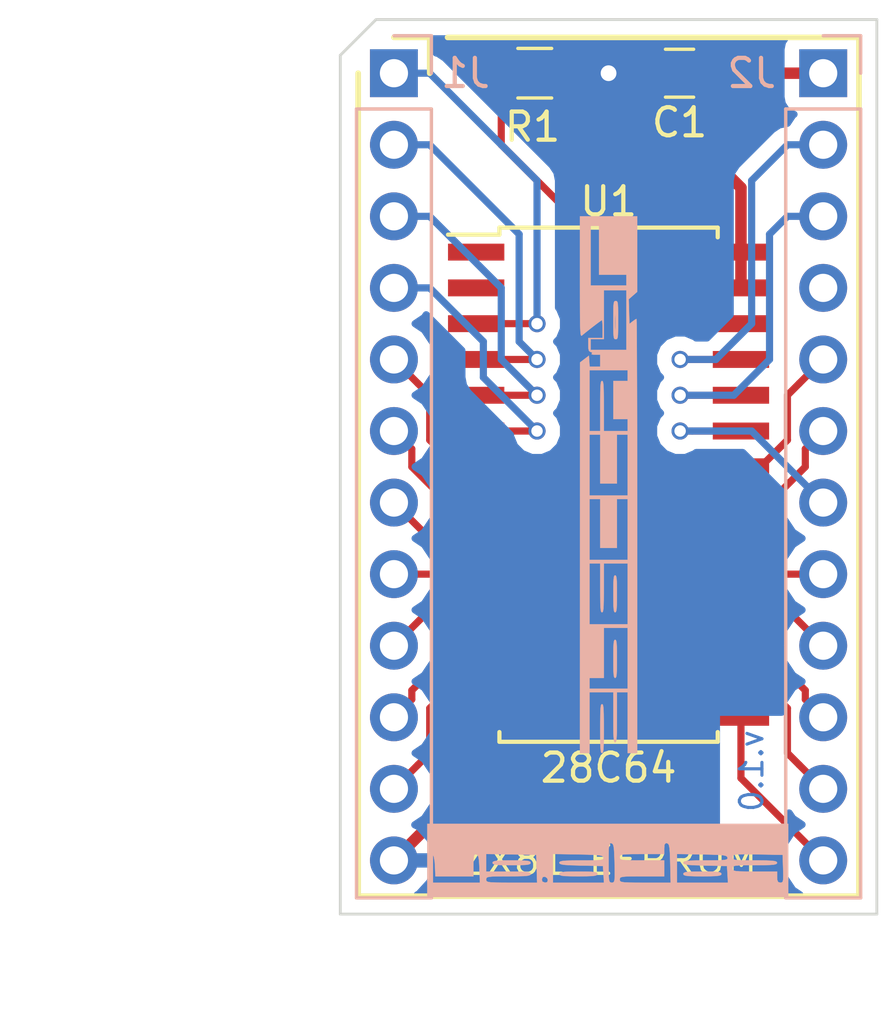
<source format=kicad_pcb>
(kicad_pcb (version 4) (host pcbnew 4.0.7)

  (general
    (links 29)
    (no_connects 29)
    (area 156.794999 99.644999 175.945001 131.495001)
    (thickness 1.6)
    (drawings 15)
    (tracks 111)
    (zones 0)
    (modules 7)
    (nets 28)
  )

  (page A4)
  (title_block
    (title "ZX81 EPROM Adapter (SMD)")
    (date 2018-03-05)
    (rev 1.0)
    (company fatla.eu)
  )

  (layers
    (0 F.Cu signal)
    (31 B.Cu signal)
    (32 B.Adhes user)
    (33 F.Adhes user)
    (34 B.Paste user)
    (35 F.Paste user)
    (36 B.SilkS user)
    (37 F.SilkS user)
    (38 B.Mask user)
    (39 F.Mask user)
    (40 Dwgs.User user)
    (41 Cmts.User user)
    (42 Eco1.User user)
    (43 Eco2.User user)
    (44 Edge.Cuts user)
    (45 Margin user)
    (46 B.CrtYd user)
    (47 F.CrtYd user)
    (48 B.Fab user)
    (49 F.Fab user)
  )

  (setup
    (last_trace_width 0.254)
    (trace_clearance 0.2032)
    (zone_clearance 0.508)
    (zone_45_only no)
    (trace_min 0.2032)
    (segment_width 0.2)
    (edge_width 0.1)
    (via_size 0.6096)
    (via_drill 0.4064)
    (via_min_size 0.4064)
    (via_min_drill 0.3048)
    (uvia_size 0.3)
    (uvia_drill 0.1)
    (uvias_allowed no)
    (uvia_min_size 0.2)
    (uvia_min_drill 0.1)
    (pcb_text_width 0.3)
    (pcb_text_size 1.5 1.5)
    (mod_edge_width 0.15)
    (mod_text_size 1 1)
    (mod_text_width 0.15)
    (pad_size 1.5 1.5)
    (pad_drill 0.6)
    (pad_to_mask_clearance 0)
    (aux_axis_origin 0 0)
    (visible_elements FFFFFF7F)
    (pcbplotparams
      (layerselection 0x00030_80000001)
      (usegerberextensions false)
      (excludeedgelayer true)
      (linewidth 0.100000)
      (plotframeref false)
      (viasonmask false)
      (mode 1)
      (useauxorigin false)
      (hpglpennumber 1)
      (hpglpenspeed 20)
      (hpglpendiameter 15)
      (hpglpenoverlay 2)
      (psnegative false)
      (psa4output false)
      (plotreference true)
      (plotvalue true)
      (plotinvisibletext false)
      (padsonsilk false)
      (subtractmaskfromsilk false)
      (outputformat 1)
      (mirror false)
      (drillshape 1)
      (scaleselection 1)
      (outputdirectory ""))
  )

  (net 0 "")
  (net 1 VCC)
  (net 2 GND)
  (net 3 A7)
  (net 4 A6)
  (net 5 A5)
  (net 6 A4)
  (net 7 A3)
  (net 8 A2)
  (net 9 A1)
  (net 10 A0)
  (net 11 D0)
  (net 12 D1)
  (net 13 D2)
  (net 14 A8)
  (net 15 A9)
  (net 16 A12)
  (net 17 ~CS~)
  (net 18 A10)
  (net 19 A11)
  (net 20 D7)
  (net 21 D6)
  (net 22 D5)
  (net 23 D4)
  (net 24 D3)
  (net 25 /~CE~)
  (net 26 "Net-(U1-Pad1)")
  (net 27 "Net-(U1-Pad26)")

  (net_class Default "This is the default net class."
    (clearance 0.2032)
    (trace_width 0.254)
    (via_dia 0.6096)
    (via_drill 0.4064)
    (uvia_dia 0.3)
    (uvia_drill 0.1)
    (add_net /~CE~)
    (add_net A0)
    (add_net A1)
    (add_net A10)
    (add_net A11)
    (add_net A12)
    (add_net A2)
    (add_net A3)
    (add_net A4)
    (add_net A5)
    (add_net A6)
    (add_net A7)
    (add_net A8)
    (add_net A9)
    (add_net D0)
    (add_net D1)
    (add_net D2)
    (add_net D3)
    (add_net D4)
    (add_net D5)
    (add_net D6)
    (add_net D7)
    (add_net "Net-(U1-Pad1)")
    (add_net "Net-(U1-Pad26)")
    (add_net ~CS~)
  )

  (net_class PWR ""
    (clearance 0.2032)
    (trace_width 0.4064)
    (via_dia 0.762)
    (via_drill 0.5588)
    (uvia_dia 0.3)
    (uvia_drill 0.1)
    (add_net GND)
    (add_net VCC)
  )

  (module Pin_Headers:Pin_Header_Straight_1x12_Pitch2.54mm locked (layer B.Cu) (tedit 59650532) (tstamp 5A9D0008)
    (at 158.75 101.6 180)
    (descr "Through hole straight pin header, 1x12, 2.54mm pitch, single row")
    (tags "Through hole pin header THT 1x12 2.54mm single row")
    (path /5A3B6CC6)
    (fp_text reference J1 (at -2.54 0 180) (layer B.SilkS)
      (effects (font (size 1 1) (thickness 0.15)) (justify mirror))
    )
    (fp_text value ROM1 (at 0 -30.27 180) (layer B.Fab)
      (effects (font (size 1 1) (thickness 0.15)) (justify mirror))
    )
    (fp_line (start -0.635 1.27) (end 1.27 1.27) (layer B.Fab) (width 0.1))
    (fp_line (start 1.27 1.27) (end 1.27 -29.21) (layer B.Fab) (width 0.1))
    (fp_line (start 1.27 -29.21) (end -1.27 -29.21) (layer B.Fab) (width 0.1))
    (fp_line (start -1.27 -29.21) (end -1.27 0.635) (layer B.Fab) (width 0.1))
    (fp_line (start -1.27 0.635) (end -0.635 1.27) (layer B.Fab) (width 0.1))
    (fp_line (start -1.33 -29.27) (end 1.33 -29.27) (layer B.SilkS) (width 0.12))
    (fp_line (start -1.33 -1.27) (end -1.33 -29.27) (layer B.SilkS) (width 0.12))
    (fp_line (start 1.33 -1.27) (end 1.33 -29.27) (layer B.SilkS) (width 0.12))
    (fp_line (start -1.33 -1.27) (end 1.33 -1.27) (layer B.SilkS) (width 0.12))
    (fp_line (start -1.33 0) (end -1.33 1.33) (layer B.SilkS) (width 0.12))
    (fp_line (start -1.33 1.33) (end 0 1.33) (layer B.SilkS) (width 0.12))
    (fp_line (start -1.8 1.8) (end -1.8 -29.75) (layer B.CrtYd) (width 0.05))
    (fp_line (start -1.8 -29.75) (end 1.8 -29.75) (layer B.CrtYd) (width 0.05))
    (fp_line (start 1.8 -29.75) (end 1.8 1.8) (layer B.CrtYd) (width 0.05))
    (fp_line (start 1.8 1.8) (end -1.8 1.8) (layer B.CrtYd) (width 0.05))
    (fp_text user %R (at 0 -13.97 450) (layer B.Fab)
      (effects (font (size 1 1) (thickness 0.15)) (justify mirror))
    )
    (pad 1 thru_hole rect (at 0 0 180) (size 1.7 1.7) (drill 1) (layers *.Cu *.Mask)
      (net 3 A7))
    (pad 2 thru_hole oval (at 0 -2.54 180) (size 1.7 1.7) (drill 1) (layers *.Cu *.Mask)
      (net 4 A6))
    (pad 3 thru_hole oval (at 0 -5.08 180) (size 1.7 1.7) (drill 1) (layers *.Cu *.Mask)
      (net 5 A5))
    (pad 4 thru_hole oval (at 0 -7.62 180) (size 1.7 1.7) (drill 1) (layers *.Cu *.Mask)
      (net 6 A4))
    (pad 5 thru_hole oval (at 0 -10.16 180) (size 1.7 1.7) (drill 1) (layers *.Cu *.Mask)
      (net 7 A3))
    (pad 6 thru_hole oval (at 0 -12.7 180) (size 1.7 1.7) (drill 1) (layers *.Cu *.Mask)
      (net 8 A2))
    (pad 7 thru_hole oval (at 0 -15.24 180) (size 1.7 1.7) (drill 1) (layers *.Cu *.Mask)
      (net 9 A1))
    (pad 8 thru_hole oval (at 0 -17.78 180) (size 1.7 1.7) (drill 1) (layers *.Cu *.Mask)
      (net 10 A0))
    (pad 9 thru_hole oval (at 0 -20.32 180) (size 1.7 1.7) (drill 1) (layers *.Cu *.Mask)
      (net 11 D0))
    (pad 10 thru_hole oval (at 0 -22.86 180) (size 1.7 1.7) (drill 1) (layers *.Cu *.Mask)
      (net 12 D1))
    (pad 11 thru_hole oval (at 0 -25.4 180) (size 1.7 1.7) (drill 1) (layers *.Cu *.Mask)
      (net 13 D2))
    (pad 12 thru_hole oval (at 0 -27.94 180) (size 1.7 1.7) (drill 1) (layers *.Cu *.Mask)
      (net 2 GND))
    (model ${KISYS3DMOD}/Pin_Headers.3dshapes/Pin_Header_Straight_1x12_Pitch2.54mm.wrl
      (at (xyz 0 0 0))
      (scale (xyz 1 1 1))
      (rotate (xyz 0 0 0))
    )
  )

  (module Pin_Headers:Pin_Header_Straight_1x12_Pitch2.54mm locked (layer B.Cu) (tedit 59650532) (tstamp 5A9D0018)
    (at 173.99 101.6 180)
    (descr "Through hole straight pin header, 1x12, 2.54mm pitch, single row")
    (tags "Through hole pin header THT 1x12 2.54mm single row")
    (path /5A3B6D10)
    (fp_text reference J2 (at 2.54 0 180) (layer B.SilkS)
      (effects (font (size 1 1) (thickness 0.15)) (justify mirror))
    )
    (fp_text value ROM2 (at 0 -30.27 180) (layer B.Fab)
      (effects (font (size 1 1) (thickness 0.15)) (justify mirror))
    )
    (fp_line (start -0.635 1.27) (end 1.27 1.27) (layer B.Fab) (width 0.1))
    (fp_line (start 1.27 1.27) (end 1.27 -29.21) (layer B.Fab) (width 0.1))
    (fp_line (start 1.27 -29.21) (end -1.27 -29.21) (layer B.Fab) (width 0.1))
    (fp_line (start -1.27 -29.21) (end -1.27 0.635) (layer B.Fab) (width 0.1))
    (fp_line (start -1.27 0.635) (end -0.635 1.27) (layer B.Fab) (width 0.1))
    (fp_line (start -1.33 -29.27) (end 1.33 -29.27) (layer B.SilkS) (width 0.12))
    (fp_line (start -1.33 -1.27) (end -1.33 -29.27) (layer B.SilkS) (width 0.12))
    (fp_line (start 1.33 -1.27) (end 1.33 -29.27) (layer B.SilkS) (width 0.12))
    (fp_line (start -1.33 -1.27) (end 1.33 -1.27) (layer B.SilkS) (width 0.12))
    (fp_line (start -1.33 0) (end -1.33 1.33) (layer B.SilkS) (width 0.12))
    (fp_line (start -1.33 1.33) (end 0 1.33) (layer B.SilkS) (width 0.12))
    (fp_line (start -1.8 1.8) (end -1.8 -29.75) (layer B.CrtYd) (width 0.05))
    (fp_line (start -1.8 -29.75) (end 1.8 -29.75) (layer B.CrtYd) (width 0.05))
    (fp_line (start 1.8 -29.75) (end 1.8 1.8) (layer B.CrtYd) (width 0.05))
    (fp_line (start 1.8 1.8) (end -1.8 1.8) (layer B.CrtYd) (width 0.05))
    (fp_text user %R (at 0 -13.97 450) (layer B.Fab)
      (effects (font (size 1 1) (thickness 0.15)) (justify mirror))
    )
    (pad 1 thru_hole rect (at 0 0 180) (size 1.7 1.7) (drill 1) (layers *.Cu *.Mask)
      (net 1 VCC))
    (pad 2 thru_hole oval (at 0 -2.54 180) (size 1.7 1.7) (drill 1) (layers *.Cu *.Mask)
      (net 14 A8))
    (pad 3 thru_hole oval (at 0 -5.08 180) (size 1.7 1.7) (drill 1) (layers *.Cu *.Mask)
      (net 15 A9))
    (pad 4 thru_hole oval (at 0 -7.62 180) (size 1.7 1.7) (drill 1) (layers *.Cu *.Mask)
      (net 16 A12))
    (pad 5 thru_hole oval (at 0 -10.16 180) (size 1.7 1.7) (drill 1) (layers *.Cu *.Mask)
      (net 17 ~CS~))
    (pad 6 thru_hole oval (at 0 -12.7 180) (size 1.7 1.7) (drill 1) (layers *.Cu *.Mask)
      (net 18 A10))
    (pad 7 thru_hole oval (at 0 -15.24 180) (size 1.7 1.7) (drill 1) (layers *.Cu *.Mask)
      (net 19 A11))
    (pad 8 thru_hole oval (at 0 -17.78 180) (size 1.7 1.7) (drill 1) (layers *.Cu *.Mask)
      (net 20 D7))
    (pad 9 thru_hole oval (at 0 -20.32 180) (size 1.7 1.7) (drill 1) (layers *.Cu *.Mask)
      (net 21 D6))
    (pad 10 thru_hole oval (at 0 -22.86 180) (size 1.7 1.7) (drill 1) (layers *.Cu *.Mask)
      (net 22 D5))
    (pad 11 thru_hole oval (at 0 -25.4 180) (size 1.7 1.7) (drill 1) (layers *.Cu *.Mask)
      (net 23 D4))
    (pad 12 thru_hole oval (at 0 -27.94 180) (size 1.7 1.7) (drill 1) (layers *.Cu *.Mask)
      (net 24 D3))
    (model ${KISYS3DMOD}/Pin_Headers.3dshapes/Pin_Header_Straight_1x12_Pitch2.54mm.wrl
      (at (xyz 0 0 0))
      (scale (xyz 1 1 1))
      (rotate (xyz 0 0 0))
    )
  )

  (module Resistors_SMD:R_0805_HandSoldering (layer F.Cu) (tedit 58E0A804) (tstamp 5A9D002C)
    (at 163.75 101.6 180)
    (descr "Resistor SMD 0805, hand soldering")
    (tags "resistor 0805")
    (path /5A3B807B)
    (attr smd)
    (fp_text reference R1 (at 0.08 -1.905 360) (layer F.SilkS)
      (effects (font (size 1 1) (thickness 0.15)))
    )
    (fp_text value 1k0 (at 0 1.75 180) (layer F.Fab)
      (effects (font (size 1 1) (thickness 0.15)))
    )
    (fp_text user %R (at 0 0 180) (layer F.Fab)
      (effects (font (size 0.5 0.5) (thickness 0.075)))
    )
    (fp_line (start -1 0.62) (end -1 -0.62) (layer F.Fab) (width 0.1))
    (fp_line (start 1 0.62) (end -1 0.62) (layer F.Fab) (width 0.1))
    (fp_line (start 1 -0.62) (end 1 0.62) (layer F.Fab) (width 0.1))
    (fp_line (start -1 -0.62) (end 1 -0.62) (layer F.Fab) (width 0.1))
    (fp_line (start 0.6 0.88) (end -0.6 0.88) (layer F.SilkS) (width 0.12))
    (fp_line (start -0.6 -0.88) (end 0.6 -0.88) (layer F.SilkS) (width 0.12))
    (fp_line (start -2.35 -0.9) (end 2.35 -0.9) (layer F.CrtYd) (width 0.05))
    (fp_line (start -2.35 -0.9) (end -2.35 0.9) (layer F.CrtYd) (width 0.05))
    (fp_line (start 2.35 0.9) (end 2.35 -0.9) (layer F.CrtYd) (width 0.05))
    (fp_line (start 2.35 0.9) (end -2.35 0.9) (layer F.CrtYd) (width 0.05))
    (pad 1 smd rect (at -1.35 0 180) (size 1.5 1.3) (layers F.Cu F.Paste F.Mask)
      (net 2 GND))
    (pad 2 smd rect (at 1.35 0 180) (size 1.5 1.3) (layers F.Cu F.Paste F.Mask)
      (net 25 /~CE~))
    (model ${KISYS3DMOD}/Resistors_SMD.3dshapes/R_0805.wrl
      (at (xyz 0 0 0))
      (scale (xyz 1 1 1))
      (rotate (xyz 0 0 0))
    )
  )

  (module "ZX Speccy:fatla_eu" (layer B.Cu) (tedit 5AA80F6C) (tstamp 5A9E3F45)
    (at 166.37 129.54 180)
    (fp_text reference G1 (at 0 0 180) (layer B.SilkS) hide
      (effects (font (thickness 0.3)) (justify mirror))
    )
    (fp_text value LOGO (at 0.75 0 180) (layer B.SilkS) hide
      (effects (font (thickness 0.3)) (justify mirror))
    )
    (fp_poly (pts (xy 6.434666 -1.298222) (xy -6.378222 -1.298222) (xy -6.378222 -0.533189) (xy -6.203069 -0.533189)
      (xy -6.19931 -0.679142) (xy -6.181327 -0.756045) (xy -6.144751 -0.785752) (xy -6.098198 -0.790222)
      (xy -4.239233 -0.790222) (xy -2.427111 -0.790222) (xy -2.204808 -0.790222) (xy -1.29996 -0.790222)
      (xy -0.961898 -0.789565) (xy -0.720494 -0.786245) (xy -0.559519 -0.778236) (xy -0.462743 -0.763514)
      (xy -0.413936 -0.740054) (xy -0.396871 -0.705831) (xy -0.395111 -0.677333) (xy -0.400973 -0.632661)
      (xy -0.430125 -0.601637) (xy -0.499915 -0.581784) (xy -0.627692 -0.570621) (xy -0.830804 -0.565672)
      (xy -1.126599 -0.564457) (xy -1.185334 -0.564444) (xy -1.975556 -0.564444) (xy -1.975556 -0.388394)
      (xy -0.219092 -0.388394) (xy -0.21868 -0.583048) (xy -0.209515 -0.701989) (xy -0.188942 -0.763778)
      (xy -0.154307 -0.786976) (xy -0.114626 -0.790222) (xy 0.163434 -0.790222) (xy 1.975555 -0.790222)
      (xy 1.975555 -0.692092) (xy 2.155509 -0.692092) (xy 2.176307 -0.772435) (xy 2.253639 -0.790222)
      (xy 2.535605 -0.790222) (xy 3.440913 -0.790222) (xy 4.567605 -0.790222) (xy 6.321778 -0.790222)
      (xy 6.321778 -0.277518) (xy 6.317674 -0.022948) (xy 6.304005 0.133125) (xy 6.278731 0.204842)
      (xy 6.251222 0.211872) (xy 6.20659 0.141153) (xy 6.175562 -0.029028) (xy 6.163976 -0.187943)
      (xy 6.147286 -0.564444) (xy 4.797778 -0.564444) (xy 4.797778 -0.165194) (xy 4.794537 0.043633)
      (xy 4.780973 0.161863) (xy 4.751321 0.211694) (xy 4.699815 0.215325) (xy 4.699 0.215171)
      (xy 4.650056 0.189749) (xy 4.618205 0.121644) (xy 4.598578 -0.010809) (xy 4.586307 -0.229275)
      (xy 4.583913 -0.296968) (xy 4.567605 -0.790222) (xy 3.440913 -0.790222) (xy 3.779074 -0.789566)
      (xy 4.020572 -0.786248) (xy 4.181634 -0.778246) (xy 4.278484 -0.763536) (xy 4.327348 -0.740094)
      (xy 4.344451 -0.705899) (xy 4.346222 -0.677333) (xy 4.34036 -0.632661) (xy 4.311208 -0.601637)
      (xy 4.241418 -0.581784) (xy 4.113641 -0.570621) (xy 3.91053 -0.565672) (xy 3.614735 -0.564457)
      (xy 3.556 -0.564444) (xy 3.237297 -0.562749) (xy 3.015274 -0.55651) (xy 2.873758 -0.543992)
      (xy 2.796575 -0.523464) (xy 2.767551 -0.493193) (xy 2.765778 -0.479778) (xy 2.781596 -0.445631)
      (xy 2.839832 -0.421843) (xy 2.956661 -0.40668) (xy 3.148256 -0.398411) (xy 3.43079 -0.395301)
      (xy 3.556 -0.395111) (xy 4.346222 -0.395111) (xy 4.346222 0.228645) (xy 3.457222 0.2131)
      (xy 2.568222 0.197556) (xy 2.551913 -0.296333) (xy 2.535605 -0.790222) (xy 2.253639 -0.790222)
      (xy 2.350139 -0.753034) (xy 2.370666 -0.673194) (xy 2.33519 -0.589563) (xy 2.257858 -0.575808)
      (xy 2.182318 -0.628096) (xy 2.155509 -0.692092) (xy 1.975555 -0.692092) (xy 1.975555 0.228645)
      (xy 1.08727 0.2131) (xy 0.749807 0.206051) (xy 0.508804 0.197214) (xy 0.347832 0.18452)
      (xy 0.250462 0.165897) (xy 0.200265 0.139276) (xy 0.180813 0.102586) (xy 0.18002 0.098778)
      (xy 0.181193 0.059676) (xy 0.21337 0.032455) (xy 0.29319 0.014998) (xy 0.437291 0.005183)
      (xy 0.662312 0.000892) (xy 0.955417 0) (xy 1.275943 -0.001757) (xy 1.499563 -0.008142)
      (xy 1.642217 -0.02082) (xy 1.719848 -0.041459) (xy 1.748399 -0.071727) (xy 1.749778 -0.083074)
      (xy 1.73163 -0.117419) (xy 1.666608 -0.142328) (xy 1.538844 -0.159821) (xy 1.33247 -0.171917)
      (xy 1.031619 -0.180635) (xy 0.973666 -0.181851) (xy 0.197555 -0.197555) (xy 0.180494 -0.493889)
      (xy 0.163434 -0.790222) (xy -0.114626 -0.790222) (xy -0.067189 -0.784176) (xy -0.035027 -0.753836)
      (xy -0.015185 -0.680896) (xy -0.004706 -0.547053) (xy -0.000633 -0.334) (xy 0 -0.080528)
      (xy -0.001283 0.21381) (xy -0.006798 0.412775) (xy -0.019051 0.533873) (xy -0.040542 0.594607)
      (xy -0.073776 0.61248) (xy -0.098778 0.61023) (xy -0.140892 0.58992) (xy -0.170214 0.535594)
      (xy -0.189745 0.428682) (xy -0.202484 0.250617) (xy -0.211429 -0.017172) (xy -0.213404 -0.099465)
      (xy -0.219092 -0.388394) (xy -1.975556 -0.388394) (xy -1.975556 0) (xy -1.185334 0)
      (xy -0.87263 0.000838) (xy -0.655464 0.005002) (xy -0.516487 0.014972) (xy -0.43835 0.033226)
      (xy -0.403706 0.062242) (xy -0.395205 0.104498) (xy -0.395111 0.112889) (xy -0.400973 0.157561)
      (xy -0.430125 0.188585) (xy -0.499915 0.208439) (xy -0.627692 0.219601) (xy -0.830804 0.22455)
      (xy -1.126599 0.225765) (xy -1.185334 0.225778) (xy -1.975556 0.225778) (xy -1.975556 0.427472)
      (xy -1.986553 0.56266) (xy -2.028669 0.61164) (xy -2.074334 0.61023) (xy -2.116447 0.58992)
      (xy -2.14577 0.535594) (xy -2.165301 0.428682) (xy -2.178039 0.250617) (xy -2.186984 -0.017172)
      (xy -2.18896 -0.099465) (xy -2.204808 -0.790222) (xy -2.427111 -0.790222) (xy -2.427111 0.228645)
      (xy -3.315396 0.2131) (xy -3.652859 0.206051) (xy -3.893863 0.197214) (xy -4.054835 0.18452)
      (xy -4.152205 0.165897) (xy -4.202401 0.139276) (xy -4.221853 0.102586) (xy -4.222646 0.098778)
      (xy -4.221474 0.059676) (xy -4.189297 0.032455) (xy -4.109477 0.014998) (xy -3.965375 0.005183)
      (xy -3.740354 0.000892) (xy -3.44725 0) (xy -3.126723 -0.001757) (xy -2.903104 -0.008142)
      (xy -2.76045 -0.02082) (xy -2.682818 -0.041459) (xy -2.654267 -0.071727) (xy -2.652889 -0.083074)
      (xy -2.671037 -0.117419) (xy -2.736059 -0.142328) (xy -2.863823 -0.159821) (xy -3.070196 -0.171917)
      (xy -3.371048 -0.180635) (xy -3.429 -0.181851) (xy -4.205111 -0.197555) (xy -4.222172 -0.493889)
      (xy -4.239233 -0.790222) (xy -6.098198 -0.790222) (xy -6.019068 -0.768938) (xy -5.987063 -0.684818)
      (xy -5.983111 -0.592666) (xy -5.983111 -0.395111) (xy -5.192889 -0.395111) (xy -4.880186 -0.394273)
      (xy -4.66302 -0.390109) (xy -4.524043 -0.380139) (xy -4.445906 -0.361885) (xy -4.411261 -0.332869)
      (xy -4.40276 -0.290613) (xy -4.402667 -0.282222) (xy -4.408529 -0.23755) (xy -4.437681 -0.206526)
      (xy -4.507471 -0.186672) (xy -4.635248 -0.17551) (xy -4.838359 -0.170561) (xy -5.134154 -0.169346)
      (xy -5.192889 -0.169333) (xy -5.511592 -0.167638) (xy -5.733615 -0.161399) (xy -5.875131 -0.148881)
      (xy -5.952314 -0.128353) (xy -5.981337 -0.098082) (xy -5.983111 -0.084666) (xy -5.967293 -0.05052)
      (xy -5.909056 -0.026731) (xy -5.792227 -0.011569) (xy -5.600633 -0.003299) (xy -5.318098 -0.00019)
      (xy -5.192889 0) (xy -4.880263 0.000807) (xy -4.663163 0.004903) (xy -4.524226 0.014799)
      (xy -4.446092 0.033007) (xy -4.4114 0.062038) (xy -4.402788 0.104405) (xy -4.402667 0.114322)
      (xy -4.407353 0.157251) (xy -4.432336 0.187419) (xy -4.494005 0.206646) (xy -4.608748 0.216755)
      (xy -4.792952 0.219565) (xy -5.063005 0.216897) (xy -5.291667 0.2131) (xy -6.180667 0.197556)
      (xy -6.196976 -0.296333) (xy -6.203069 -0.533189) (xy -6.378222 -0.533189) (xy -6.378222 1.298222)
      (xy 6.434666 1.298222) (xy 6.434666 -1.298222)) (layer B.SilkS) (width 0.01))
    (fp_poly (pts (xy -3.038195 -0.397234) (xy -2.841732 -0.405041) (xy -2.723563 -0.420692) (xy -2.666418 -0.446346)
      (xy -2.652889 -0.479778) (xy -2.669872 -0.516281) (xy -2.732333 -0.540839) (xy -2.857542 -0.55561)
      (xy -3.062769 -0.562753) (xy -3.330222 -0.564444) (xy -3.62225 -0.562321) (xy -3.818713 -0.554514)
      (xy -3.936882 -0.538863) (xy -3.994027 -0.513209) (xy -4.007556 -0.479778) (xy -3.990573 -0.443274)
      (xy -3.928112 -0.418716) (xy -3.802903 -0.403945) (xy -3.597676 -0.396802) (xy -3.330222 -0.395111)
      (xy -3.038195 -0.397234)) (layer B.SilkS) (width 0.01))
    (fp_poly (pts (xy 1.364471 -0.397234) (xy 1.560935 -0.405041) (xy 1.679104 -0.420692) (xy 1.736249 -0.446346)
      (xy 1.749778 -0.479778) (xy 1.732795 -0.516281) (xy 1.670334 -0.540839) (xy 1.545125 -0.55561)
      (xy 1.339898 -0.562753) (xy 1.072444 -0.564444) (xy 0.780417 -0.562321) (xy 0.583954 -0.554514)
      (xy 0.465784 -0.538863) (xy 0.408639 -0.513209) (xy 0.395111 -0.479778) (xy 0.412093 -0.443274)
      (xy 0.474554 -0.418716) (xy 0.599763 -0.403945) (xy 0.80499 -0.396802) (xy 1.072444 -0.395111)
      (xy 1.364471 -0.397234)) (layer B.SilkS) (width 0.01))
    (fp_poly (pts (xy 3.735138 -0.002123) (xy 3.931601 -0.00993) (xy 4.049771 -0.025581) (xy 4.106916 -0.051235)
      (xy 4.120444 -0.084666) (xy 4.103462 -0.12117) (xy 4.041001 -0.145728) (xy 3.915792 -0.160499)
      (xy 3.710565 -0.167642) (xy 3.443111 -0.169333) (xy 3.151084 -0.16721) (xy 2.95462 -0.159403)
      (xy 2.836451 -0.143752) (xy 2.779306 -0.118098) (xy 2.765778 -0.084666) (xy 2.78276 -0.048163)
      (xy 2.845221 -0.023605) (xy 2.97043 -0.008834) (xy 3.175657 -0.001691) (xy 3.443111 0)
      (xy 3.735138 -0.002123)) (layer B.SilkS) (width 0.01))
  )

  (module Housings_SOIC:SOIC-28W_7.5x17.9mm_Pitch1.27mm (layer F.Cu) (tedit 5AA79291) (tstamp 5AA79147)
    (at 166.37 116.205)
    (descr "28-Lead Plastic Small Outline (SO) - Wide, 7.50 mm Body [SOIC] (see Microchip Packaging Specification 00000049BS.pdf)")
    (tags "SOIC 1.27")
    (path /5AA78ED3)
    (attr smd)
    (fp_text reference U1 (at 0 -10.05) (layer F.SilkS)
      (effects (font (size 1 1) (thickness 0.15)))
    )
    (fp_text value 28C64 (at 0 10.05) (layer F.SilkS)
      (effects (font (size 1 1) (thickness 0.15)))
    )
    (fp_text user %R (at 0 0) (layer F.Fab)
      (effects (font (size 1 1) (thickness 0.15)))
    )
    (fp_line (start -2.75 -8.95) (end 3.75 -8.95) (layer F.Fab) (width 0.15))
    (fp_line (start 3.75 -8.95) (end 3.75 8.95) (layer F.Fab) (width 0.15))
    (fp_line (start 3.75 8.95) (end -3.75 8.95) (layer F.Fab) (width 0.15))
    (fp_line (start -3.75 8.95) (end -3.75 -7.95) (layer F.Fab) (width 0.15))
    (fp_line (start -3.75 -7.95) (end -2.75 -8.95) (layer F.Fab) (width 0.15))
    (fp_line (start -5.95 -9.3) (end -5.95 9.3) (layer F.CrtYd) (width 0.05))
    (fp_line (start 5.95 -9.3) (end 5.95 9.3) (layer F.CrtYd) (width 0.05))
    (fp_line (start -5.95 -9.3) (end 5.95 -9.3) (layer F.CrtYd) (width 0.05))
    (fp_line (start -5.95 9.3) (end 5.95 9.3) (layer F.CrtYd) (width 0.05))
    (fp_line (start -3.875 -9.125) (end -3.875 -8.875) (layer F.SilkS) (width 0.15))
    (fp_line (start 3.875 -9.125) (end 3.875 -8.78) (layer F.SilkS) (width 0.15))
    (fp_line (start 3.875 9.125) (end 3.875 8.78) (layer F.SilkS) (width 0.15))
    (fp_line (start -3.875 9.125) (end -3.875 8.78) (layer F.SilkS) (width 0.15))
    (fp_line (start -3.875 -9.125) (end 3.875 -9.125) (layer F.SilkS) (width 0.15))
    (fp_line (start -3.875 9.125) (end 3.875 9.125) (layer F.SilkS) (width 0.15))
    (fp_line (start -3.875 -8.875) (end -5.7 -8.875) (layer F.SilkS) (width 0.15))
    (pad 1 smd rect (at -4.7 -8.255) (size 2 0.6) (layers F.Cu F.Paste F.Mask)
      (net 26 "Net-(U1-Pad1)"))
    (pad 2 smd rect (at -4.7 -6.985) (size 2 0.6) (layers F.Cu F.Paste F.Mask)
      (net 16 A12))
    (pad 3 smd rect (at -4.7 -5.715) (size 2 0.6) (layers F.Cu F.Paste F.Mask)
      (net 3 A7))
    (pad 4 smd rect (at -4.7 -4.445) (size 2 0.6) (layers F.Cu F.Paste F.Mask)
      (net 4 A6))
    (pad 5 smd rect (at -4.7 -3.175) (size 2 0.6) (layers F.Cu F.Paste F.Mask)
      (net 5 A5))
    (pad 6 smd rect (at -4.7 -1.905) (size 2 0.6) (layers F.Cu F.Paste F.Mask)
      (net 6 A4))
    (pad 7 smd rect (at -4.7 -0.635) (size 2 0.6) (layers F.Cu F.Paste F.Mask)
      (net 7 A3))
    (pad 8 smd rect (at -4.7 0.635) (size 2 0.6) (layers F.Cu F.Paste F.Mask)
      (net 8 A2))
    (pad 9 smd rect (at -4.7 1.905) (size 2 0.6) (layers F.Cu F.Paste F.Mask)
      (net 9 A1))
    (pad 10 smd rect (at -4.7 3.175) (size 2 0.6) (layers F.Cu F.Paste F.Mask)
      (net 10 A0))
    (pad 11 smd rect (at -4.7 4.445) (size 2 0.6) (layers F.Cu F.Paste F.Mask)
      (net 11 D0))
    (pad 12 smd rect (at -4.7 5.715) (size 2 0.6) (layers F.Cu F.Paste F.Mask)
      (net 12 D1))
    (pad 13 smd rect (at -4.7 6.985) (size 2 0.6) (layers F.Cu F.Paste F.Mask)
      (net 13 D2))
    (pad 14 smd rect (at -4.7 8.255) (size 2 0.6) (layers F.Cu F.Paste F.Mask)
      (net 2 GND))
    (pad 15 smd rect (at 4.7 8.255) (size 2 0.6) (layers F.Cu F.Paste F.Mask)
      (net 24 D3))
    (pad 16 smd rect (at 4.7 6.985) (size 2 0.6) (layers F.Cu F.Paste F.Mask)
      (net 23 D4))
    (pad 17 smd rect (at 4.7 5.715) (size 2 0.6) (layers F.Cu F.Paste F.Mask)
      (net 22 D5))
    (pad 18 smd rect (at 4.7 4.445) (size 2 0.6) (layers F.Cu F.Paste F.Mask)
      (net 21 D6))
    (pad 19 smd rect (at 4.7 3.175) (size 2 0.6) (layers F.Cu F.Paste F.Mask)
      (net 20 D7))
    (pad 20 smd rect (at 4.7 1.905) (size 2 0.6) (layers F.Cu F.Paste F.Mask)
      (net 25 /~CE~))
    (pad 21 smd rect (at 4.7 0.635) (size 2 0.6) (layers F.Cu F.Paste F.Mask)
      (net 18 A10))
    (pad 22 smd rect (at 4.7 -0.635) (size 2 0.6) (layers F.Cu F.Paste F.Mask)
      (net 17 ~CS~))
    (pad 23 smd rect (at 4.7 -1.905) (size 2 0.6) (layers F.Cu F.Paste F.Mask)
      (net 19 A11))
    (pad 24 smd rect (at 4.7 -3.175) (size 2 0.6) (layers F.Cu F.Paste F.Mask)
      (net 15 A9))
    (pad 25 smd rect (at 4.7 -4.445) (size 2 0.6) (layers F.Cu F.Paste F.Mask)
      (net 14 A8))
    (pad 26 smd rect (at 4.7 -5.715) (size 2 0.6) (layers F.Cu F.Paste F.Mask)
      (net 27 "Net-(U1-Pad26)"))
    (pad 27 smd rect (at 4.7 -6.985) (size 2 0.6) (layers F.Cu F.Paste F.Mask)
      (net 1 VCC))
    (pad 28 smd rect (at 4.7 -8.255) (size 2 0.6) (layers F.Cu F.Paste F.Mask)
      (net 1 VCC))
    (model ${KISYS3DMOD}/Housings_SOIC.3dshapes/SOIC-28W_7.5x17.9mm_Pitch1.27mm.wrl
      (at (xyz 0 0 0))
      (scale (xyz 1 1 1))
      (rotate (xyz 0 0 0))
    )
  )

  (module Capacitors_SMD:C_0805_HandSoldering (layer F.Cu) (tedit 58AA84A8) (tstamp 5AA79162)
    (at 168.89 101.6 180)
    (descr "Capacitor SMD 0805, hand soldering")
    (tags "capacitor 0805")
    (path /5A3B6EF9)
    (attr smd)
    (fp_text reference C1 (at 0 -1.75 180) (layer F.SilkS)
      (effects (font (size 1 1) (thickness 0.15)))
    )
    (fp_text value 100nF (at 0 1.75 180) (layer F.Fab)
      (effects (font (size 1 1) (thickness 0.15)))
    )
    (fp_text user %R (at 0 -1.75 180) (layer F.Fab)
      (effects (font (size 1 1) (thickness 0.15)))
    )
    (fp_line (start -1 0.62) (end -1 -0.62) (layer F.Fab) (width 0.1))
    (fp_line (start 1 0.62) (end -1 0.62) (layer F.Fab) (width 0.1))
    (fp_line (start 1 -0.62) (end 1 0.62) (layer F.Fab) (width 0.1))
    (fp_line (start -1 -0.62) (end 1 -0.62) (layer F.Fab) (width 0.1))
    (fp_line (start 0.5 -0.85) (end -0.5 -0.85) (layer F.SilkS) (width 0.12))
    (fp_line (start -0.5 0.85) (end 0.5 0.85) (layer F.SilkS) (width 0.12))
    (fp_line (start -2.25 -0.88) (end 2.25 -0.88) (layer F.CrtYd) (width 0.05))
    (fp_line (start -2.25 -0.88) (end -2.25 0.87) (layer F.CrtYd) (width 0.05))
    (fp_line (start 2.25 0.87) (end 2.25 -0.88) (layer F.CrtYd) (width 0.05))
    (fp_line (start 2.25 0.87) (end -2.25 0.87) (layer F.CrtYd) (width 0.05))
    (pad 1 smd rect (at -1.25 0 180) (size 1.5 1.25) (layers F.Cu F.Paste F.Mask)
      (net 1 VCC))
    (pad 2 smd rect (at 1.25 0 180) (size 1.5 1.25) (layers F.Cu F.Paste F.Mask)
      (net 2 GND))
    (model Capacitors_SMD.3dshapes/C_0805.wrl
      (at (xyz 0 0 0))
      (scale (xyz 1 1 1))
      (rotate (xyz 0 0 0))
    )
  )

  (module "ZX Speccy:logo-speccypl" (layer B.Cu) (tedit 5AA80F74) (tstamp 5AA80EE2)
    (at 166.37 116.205 90)
    (fp_text reference G2 (at 0 0 90) (layer B.SilkS) hide
      (effects (font (thickness 0.3)) (justify mirror))
    )
    (fp_text value LOGO (at 0.75 0 90) (layer B.SilkS) hide
      (effects (font (thickness 0.3)) (justify mirror))
    )
    (fp_poly (pts (xy -1.019415 1.015865) (xy -0.241512 1.015468) (xy 0.509175 1.014822) (xy 1.228443 1.013942)
      (xy 1.912091 1.012841) (xy 2.55592 1.011533) (xy 3.155726 1.010032) (xy 3.70731 1.00835)
      (xy 4.206471 1.006503) (xy 4.649006 1.004503) (xy 5.030715 1.002364) (xy 5.347398 1.0001)
      (xy 5.594851 0.997725) (xy 5.768876 0.995251) (xy 5.86527 0.992694) (xy 5.884333 0.990928)
      (xy 5.860647 0.943843) (xy 5.802899 0.862564) (xy 5.795701 0.853344) (xy 5.707069 0.740834)
      (xy 6.582833 0.715068) (xy 6.714319 0.865534) (xy 6.845806 1.016) (xy 9.525 1.016)
      (xy 9.525 -1.016) (xy 7.380605 -1.016) (xy 6.899688 -1.01588) (xy 6.496817 -1.015364)
      (xy 6.165372 -1.014216) (xy 5.898733 -1.012201) (xy 5.690279 -1.009082) (xy 5.53339 -1.004625)
      (xy 5.421445 -0.998593) (xy 5.347825 -0.99075) (xy 5.30591 -0.980862) (xy 5.289078 -0.968692)
      (xy 5.290709 -0.954005) (xy 5.299449 -0.941916) (xy 5.385606 -0.837787) (xy 5.489854 -0.707182)
      (xy 5.599475 -0.566673) (xy 5.701748 -0.43283) (xy 5.783954 -0.322225) (xy 5.833372 -0.25143)
      (xy 5.842 -0.235093) (xy 5.80312 -0.223894) (xy 5.700277 -0.215611) (xy 5.554161 -0.211768)
      (xy 5.5245 -0.211666) (xy 5.207 -0.211666) (xy 5.207 -0.719666) (xy 4.970203 -0.719666)
      (xy 4.831695 -0.715394) (xy 4.755513 -0.697569) (xy 4.719533 -0.658679) (xy 4.71033 -0.631421)
      (xy 4.685244 -0.574702) (xy 4.653592 -0.596342) (xy 4.651441 -0.599671) (xy 4.628157 -0.603388)
      (xy 4.616246 -0.52779) (xy 4.614981 -0.47625) (xy 4.614333 -0.296333) (xy 4.191 -0.296333)
      (xy 4.191 -0.672694) (xy 4.384762 -0.685597) (xy 4.578525 -0.6985) (xy 4.458846 -0.855707)
      (xy 4.339166 -1.012914) (xy -9.525 -1.016) (xy -9.525 -0.677333) (xy -7.366 -0.677333)
      (xy -7.366 0.169334) (xy -8.255 0.169334) (xy -8.555113 0.170059) (xy -8.780664 0.172714)
      (xy -8.941747 0.178021) (xy -9.04846 0.186701) (xy -9.110896 0.199474) (xy -9.139152 0.217063)
      (xy -9.144 0.232834) (xy -9.133852 0.25427) (xy -9.096677 0.270381) (xy -9.022378 0.281887)
      (xy -8.900862 0.289509) (xy -8.722032 0.293969) (xy -8.475792 0.295987) (xy -8.255 0.296334)
      (xy -7.366 0.296334) (xy -7.366 0.677334) (xy -7.239 0.677334) (xy -7.239 -0.677333)
      (xy -6.858 -0.677333) (xy -6.858 -0.169333) (xy -5.08 -0.169333) (xy -5.08 0.677334)
      (xy -4.953 0.677334) (xy -4.953 -0.677333) (xy -2.794 -0.677333) (xy -2.794 -0.296333)
      (xy -3.661834 -0.296333) (xy -3.957945 -0.295584) (xy -4.179608 -0.29284) (xy -4.337033 -0.287354)
      (xy -4.440428 -0.278378) (xy -4.500004 -0.265166) (xy -4.52597 -0.24697) (xy -4.529667 -0.232833)
      (xy -4.519435 -0.211166) (xy -4.481934 -0.194947) (xy -4.406953 -0.183428) (xy -4.284284 -0.175863)
      (xy -4.103717 -0.171503) (xy -3.855042 -0.169603) (xy -3.661834 -0.169333) (xy -2.794 -0.169333)
      (xy -2.794 0.677334) (xy -2.667 0.677334) (xy -2.667 -0.677333) (xy -0.508 -0.677333)
      (xy -0.508 -0.296333) (xy -2.243667 -0.296333) (xy -2.243667 0.296334) (xy -0.508 0.296334)
      (xy -0.508 0.677334) (xy -0.381 0.677334) (xy -0.381 -0.677333) (xy 1.778 -0.677333)
      (xy 1.778 -0.296333) (xy 0.042333 -0.296333) (xy 0.042333 0.296334) (xy 1.778 0.296334)
      (xy 1.778 0.677334) (xy 1.905 0.677334) (xy 1.905 -0.169333) (xy 2.794 -0.169333)
      (xy 3.094112 -0.170058) (xy 3.319663 -0.172713) (xy 3.480746 -0.17802) (xy 3.587459 -0.1867)
      (xy 3.649895 -0.199473) (xy 3.678151 -0.217062) (xy 3.683 -0.232833) (xy 3.672851 -0.254269)
      (xy 3.635676 -0.27038) (xy 3.561377 -0.281886) (xy 3.439861 -0.289508) (xy 3.261031 -0.293968)
      (xy 3.014791 -0.295986) (xy 2.794 -0.296333) (xy 1.905 -0.296333) (xy 1.905 -0.677333)
      (xy 4.064 -0.677333) (xy 4.064 0.635) (xy 4.783666 0.635) (xy 4.783666 -0.635)
      (xy 5.164666 -0.635) (xy 5.164666 -0.169333) (xy 6.900333 -0.169333) (xy 6.900333 0.635)
      (xy 7.069666 0.635) (xy 7.069666 -0.635) (xy 9.186333 -0.635) (xy 9.186333 -0.338666)
      (xy 7.450666 -0.338666) (xy 7.450666 0.635) (xy 7.069666 0.635) (xy 6.900333 0.635)
      (xy 4.783666 0.635) (xy 4.064 0.635) (xy 4.064 0.677334) (xy 3.683 0.677334)
      (xy 3.683 0.169334) (xy 2.328333 0.169334) (xy 2.328333 0.677334) (xy 1.905 0.677334)
      (xy 1.778 0.677334) (xy -0.381 0.677334) (xy -0.508 0.677334) (xy -2.667 0.677334)
      (xy -2.794 0.677334) (xy -4.953 0.677334) (xy -5.08 0.677334) (xy -7.239 0.677334)
      (xy -7.366 0.677334) (xy -9.525 0.677334) (xy -9.525 1.016) (xy -1.820334 1.016)
      (xy -1.019415 1.015865)) (layer B.SilkS) (width 0.01))
    (fp_poly (pts (xy -8.361056 -0.170081) (xy -8.139393 -0.172826) (xy -7.981968 -0.178312) (xy -7.878573 -0.187288)
      (xy -7.818997 -0.2005) (xy -7.793031 -0.218696) (xy -7.789334 -0.232833) (xy -7.799566 -0.254499)
      (xy -7.837067 -0.270719) (xy -7.912048 -0.282238) (xy -8.034717 -0.289803) (xy -8.215284 -0.294162)
      (xy -8.463959 -0.296062) (xy -8.657167 -0.296333) (xy -8.953278 -0.295584) (xy -9.174941 -0.29284)
      (xy -9.332366 -0.287354) (xy -9.435761 -0.278378) (xy -9.495337 -0.265166) (xy -9.521303 -0.24697)
      (xy -9.525 -0.232833) (xy -9.514769 -0.211166) (xy -9.477267 -0.194947) (xy -9.402287 -0.183428)
      (xy -9.279618 -0.175863) (xy -9.09905 -0.171503) (xy -8.850375 -0.169603) (xy -8.657167 -0.169333)
      (xy -8.361056 -0.170081)) (layer B.SilkS) (width 0.01))
    (fp_poly (pts (xy -5.922935 0.295282) (xy -5.738417 0.291413) (xy -5.615678 0.283653) (xy -5.543283 0.270932)
      (xy -5.509798 0.252177) (xy -5.503334 0.232834) (xy -5.514551 0.208671) (xy -5.555826 0.191373)
      (xy -5.638593 0.179866) (xy -5.774287 0.173079) (xy -5.974343 0.16994) (xy -6.180667 0.169334)
      (xy -6.438399 0.170385) (xy -6.622917 0.174255) (xy -6.745656 0.182014) (xy -6.818051 0.194736)
      (xy -6.851537 0.213491) (xy -6.858 0.232834) (xy -6.846783 0.256996) (xy -6.805509 0.274295)
      (xy -6.722742 0.285802) (xy -6.587047 0.292589) (xy -6.386991 0.295728) (xy -6.180667 0.296334)
      (xy -5.922935 0.295282)) (layer B.SilkS) (width 0.01))
    (fp_poly (pts (xy -3.620336 0.295234) (xy -3.44022 0.291187) (xy -3.321554 0.28307) (xy -3.252741 0.269761)
      (xy -3.222182 0.250137) (xy -3.217334 0.232834) (xy -3.228696 0.208334) (xy -3.270516 0.190903)
      (xy -3.354392 0.17942) (xy -3.491922 0.17276) (xy -3.694703 0.169803) (xy -3.8735 0.169334)
      (xy -4.126665 0.170433) (xy -4.306781 0.174481) (xy -4.425447 0.182598) (xy -4.49426 0.195907)
      (xy -4.524819 0.215531) (xy -4.529667 0.232834) (xy -4.518305 0.257334) (xy -4.476485 0.274764)
      (xy -4.392609 0.286248) (xy -4.255079 0.292907) (xy -4.052298 0.295865) (xy -3.8735 0.296334)
      (xy -3.620336 0.295234)) (layer B.SilkS) (width 0.01))
    (fp_poly (pts (xy 6.095267 0.338173) (xy 6.276052 0.335674) (xy 6.396539 0.329649) (xy 6.468911 0.318574)
      (xy 6.505352 0.300926) (xy 6.518045 0.275182) (xy 6.519333 0.254) (xy 6.515378 0.222342)
      (xy 6.495391 0.199744) (xy 6.447189 0.184683) (xy 6.358588 0.175637) (xy 6.217405 0.171081)
      (xy 6.011455 0.169495) (xy 5.842 0.169334) (xy 5.588732 0.169828) (xy 5.407947 0.172327)
      (xy 5.28746 0.178352) (xy 5.215088 0.189427) (xy 5.178647 0.207075) (xy 5.165954 0.232819)
      (xy 5.165687 0.237223) (xy 5.458358 0.237223) (xy 5.480329 0.232474) (xy 5.572697 0.229152)
      (xy 5.728325 0.227704) (xy 5.757333 0.227676) (xy 5.922032 0.228797) (xy 6.024563 0.231861)
      (xy 6.057794 0.23642) (xy 6.014588 0.242027) (xy 6.00075 0.242951) (xy 5.80696 0.249029)
      (xy 5.59733 0.246799) (xy 5.513916 0.242951) (xy 5.458358 0.237223) (xy 5.165687 0.237223)
      (xy 5.164666 0.254) (xy 5.168621 0.285659) (xy 5.188608 0.308257) (xy 5.23681 0.323318)
      (xy 5.325411 0.332364) (xy 5.466594 0.33692) (xy 5.672544 0.338506) (xy 5.842 0.338667)
      (xy 6.095267 0.338173)) (layer B.SilkS) (width 0.01))
  )

  (gr_text v.1.0 (at 171.45 126.365 90) (layer B.Cu) (tstamp 5A9ED2FD)
    (effects (font (size 0.8 0.8) (thickness 0.11)) (justify mirror))
  )
  (gr_line (start 160.02 100.33) (end 160.02 101.6) (layer F.SilkS) (width 0.2))
  (gr_line (start 158.75 100.33) (end 160.02 100.33) (layer F.SilkS) (width 0.2))
  (gr_line (start 160.655 100.33) (end 175.26 100.33) (layer F.SilkS) (width 0.2))
  (gr_line (start 175.26 130.81) (end 175.26 100.33) (layer F.SilkS) (width 0.2))
  (gr_line (start 157.48 130.81) (end 175.26 130.81) (layer F.SilkS) (width 0.2))
  (gr_line (start 157.48 101.6) (end 157.48 130.81) (layer F.SilkS) (width 0.2))
  (gr_text "ZX81 EEPROM" (at 166.37 129.54) (layer F.SilkS)
    (effects (font (size 1 1) (thickness 0.12)))
  )
  (dimension 19.05 (width 0.3) (layer Dwgs.User)
    (gr_text "0.7500 in" (at 166.37 135.97) (layer Dwgs.User)
      (effects (font (size 1.5 1.5) (thickness 0.3)))
    )
    (feature1 (pts (xy 175.895 131.445) (xy 175.895 137.32)))
    (feature2 (pts (xy 156.845 131.445) (xy 156.845 137.32)))
    (crossbar (pts (xy 156.845 134.62) (xy 175.895 134.62)))
    (arrow1a (pts (xy 175.895 134.62) (xy 174.768496 135.206421)))
    (arrow1b (pts (xy 175.895 134.62) (xy 174.768496 134.033579)))
    (arrow2a (pts (xy 156.845 134.62) (xy 157.971504 135.206421)))
    (arrow2b (pts (xy 156.845 134.62) (xy 157.971504 134.033579)))
  )
  (dimension 31.75 (width 0.3) (layer Dwgs.User)
    (gr_text "1.2500 in" (at 151.05 115.57 90) (layer Dwgs.User)
      (effects (font (size 1.5 1.5) (thickness 0.3)))
    )
    (feature1 (pts (xy 156.845 99.695) (xy 149.7 99.695)))
    (feature2 (pts (xy 156.845 131.445) (xy 149.7 131.445)))
    (crossbar (pts (xy 152.4 131.445) (xy 152.4 99.695)))
    (arrow1a (pts (xy 152.4 99.695) (xy 152.986421 100.821504)))
    (arrow1b (pts (xy 152.4 99.695) (xy 151.813579 100.821504)))
    (arrow2a (pts (xy 152.4 131.445) (xy 152.986421 130.318496)))
    (arrow2b (pts (xy 152.4 131.445) (xy 151.813579 130.318496)))
  )
  (gr_line (start 156.845 100.965) (end 156.845 131.445) (layer Edge.Cuts) (width 0.1))
  (gr_line (start 158.115 99.695) (end 156.845 100.965) (layer Edge.Cuts) (width 0.1))
  (gr_line (start 175.895 99.695) (end 158.115 99.695) (layer Edge.Cuts) (width 0.1))
  (gr_line (start 175.895 131.445) (end 175.895 99.695) (layer Edge.Cuts) (width 0.1))
  (gr_line (start 156.845 131.445) (end 175.895 131.445) (layer Edge.Cuts) (width 0.1))

  (segment (start 171.07 107.95) (end 171.07 105.665) (width 0.4064) (layer F.Cu) (net 1))
  (segment (start 171.07 105.665) (end 170.14 104.735) (width 0.4064) (layer F.Cu) (net 1))
  (segment (start 170.14 104.735) (end 170.14 101.6) (width 0.4064) (layer F.Cu) (net 1))
  (segment (start 171.07 107.95) (end 171.07 109.22) (width 0.4064) (layer F.Cu) (net 1))
  (segment (start 170.14 101.6) (end 173.99 101.6) (width 0.4064) (layer F.Cu) (net 1))
  (segment (start 166.37 101.6) (end 167.64 101.6) (width 0.4064) (layer F.Cu) (net 2))
  (segment (start 165.26 101.6) (end 166.37 101.6) (width 0.4064) (layer F.Cu) (net 2))
  (via (at 166.37 101.6) (size 0.762) (drill 0.5588) (layers F.Cu B.Cu) (net 2))
  (segment (start 158.75 129.54) (end 161.67 126.62) (width 0.4064) (layer F.Cu) (net 2))
  (segment (start 161.67 126.62) (end 161.67 124.46) (width 0.4064) (layer F.Cu) (net 2))
  (segment (start 161.67 124.46) (end 160.97 124.46) (width 0.254) (layer F.Cu) (net 2) (status 30))
  (segment (start 163.83 110.49) (end 163.83 105.41) (width 0.254) (layer B.Cu) (net 3))
  (segment (start 163.83 105.41) (end 160.02 101.6) (width 0.254) (layer B.Cu) (net 3))
  (segment (start 160.02 101.6) (end 158.75 101.6) (width 0.254) (layer B.Cu) (net 3))
  (segment (start 161.67 110.49) (end 163.83 110.49) (width 0.254) (layer F.Cu) (net 3))
  (via (at 163.83 110.49) (size 0.6096) (drill 0.4064) (layers F.Cu B.Cu) (net 3))
  (segment (start 158.75 101.6) (end 159.385 102.235) (width 0.254) (layer B.Cu) (net 3) (status 30))
  (segment (start 163.83 111.76) (end 163.195 111.125) (width 0.254) (layer B.Cu) (net 4))
  (segment (start 163.195 111.125) (end 163.195 107.315) (width 0.254) (layer B.Cu) (net 4))
  (segment (start 163.195 107.315) (end 160.02 104.14) (width 0.254) (layer B.Cu) (net 4))
  (segment (start 160.02 104.14) (end 158.75 104.14) (width 0.254) (layer B.Cu) (net 4))
  (via (at 163.83 111.76) (size 0.6096) (drill 0.4064) (layers F.Cu B.Cu) (net 4))
  (segment (start 161.67 111.76) (end 163.83 111.76) (width 0.254) (layer F.Cu) (net 4))
  (segment (start 163.83 113.03) (end 162.56 111.76) (width 0.254) (layer B.Cu) (net 5))
  (segment (start 162.56 111.76) (end 162.56 109.22) (width 0.254) (layer B.Cu) (net 5))
  (segment (start 162.56 109.22) (end 160.02 106.68) (width 0.254) (layer B.Cu) (net 5))
  (segment (start 160.02 106.68) (end 158.75 106.68) (width 0.254) (layer B.Cu) (net 5))
  (segment (start 161.67 113.03) (end 163.83 113.03) (width 0.254) (layer F.Cu) (net 5))
  (via (at 163.83 113.03) (size 0.6096) (drill 0.4064) (layers F.Cu B.Cu) (net 5))
  (segment (start 163.83 114.3) (end 161.925 112.395) (width 0.254) (layer B.Cu) (net 6))
  (segment (start 161.925 111.125) (end 161.925 112.395) (width 0.254) (layer B.Cu) (net 6))
  (segment (start 160.02 109.22) (end 161.925 111.125) (width 0.254) (layer B.Cu) (net 6))
  (segment (start 158.75 109.22) (end 160.02 109.22) (width 0.254) (layer B.Cu) (net 6))
  (segment (start 161.67 114.3) (end 163.83 114.3) (width 0.254) (layer F.Cu) (net 6))
  (via (at 163.83 114.3) (size 0.6096) (drill 0.4064) (layers F.Cu B.Cu) (net 6))
  (segment (start 161.67 115.57) (end 160.97 115.57) (width 0.254) (layer F.Cu) (net 7))
  (segment (start 160.97 115.57) (end 160.02 114.62) (width 0.254) (layer F.Cu) (net 7))
  (segment (start 160.02 114.62) (end 160.02 113.03) (width 0.254) (layer F.Cu) (net 7))
  (segment (start 160.02 113.03) (end 159.599999 112.609999) (width 0.254) (layer F.Cu) (net 7))
  (segment (start 159.599999 112.609999) (end 158.75 111.76) (width 0.254) (layer F.Cu) (net 7))
  (segment (start 161.67 116.84) (end 160.655 116.84) (width 0.254) (layer F.Cu) (net 8))
  (segment (start 160.655 116.84) (end 159.385 115.57) (width 0.254) (layer F.Cu) (net 8))
  (segment (start 159.385 115.57) (end 159.385 114.935) (width 0.254) (layer F.Cu) (net 8))
  (segment (start 159.385 114.935) (end 158.75 114.3) (width 0.254) (layer F.Cu) (net 8))
  (segment (start 161.67 118.11) (end 160.02 118.11) (width 0.254) (layer F.Cu) (net 9))
  (segment (start 160.02 118.11) (end 158.75 116.84) (width 0.254) (layer F.Cu) (net 9))
  (segment (start 161.67 119.38) (end 158.75 119.38) (width 0.254) (layer F.Cu) (net 10))
  (segment (start 161.67 120.65) (end 160.02 120.65) (width 0.254) (layer F.Cu) (net 11))
  (segment (start 160.02 120.65) (end 158.75 121.92) (width 0.254) (layer F.Cu) (net 11))
  (segment (start 160.97 120.65) (end 161.67 120.65) (width 0.254) (layer F.Cu) (net 11) (status 30))
  (segment (start 161.67 121.92) (end 160.97 121.92) (width 0.254) (layer F.Cu) (net 12))
  (segment (start 160.97 121.92) (end 159.385 123.505) (width 0.254) (layer F.Cu) (net 12))
  (segment (start 159.385 123.505) (end 159.385 123.825) (width 0.254) (layer F.Cu) (net 12))
  (segment (start 159.385 123.825) (end 158.75 124.46) (width 0.254) (layer F.Cu) (net 12))
  (segment (start 161.67 123.19) (end 160.97 123.19) (width 0.254) (layer F.Cu) (net 13))
  (segment (start 160.97 123.19) (end 160.02 124.14) (width 0.254) (layer F.Cu) (net 13))
  (segment (start 160.02 124.14) (end 160.02 125.73) (width 0.254) (layer F.Cu) (net 13))
  (segment (start 160.02 125.73) (end 159.599999 126.150001) (width 0.254) (layer F.Cu) (net 13))
  (segment (start 159.599999 126.150001) (end 158.75 127) (width 0.254) (layer F.Cu) (net 13))
  (segment (start 168.91 111.76) (end 170.18 111.76) (width 0.254) (layer B.Cu) (net 14))
  (segment (start 170.18 111.76) (end 171.45 110.49) (width 0.254) (layer B.Cu) (net 14))
  (segment (start 171.45 110.49) (end 171.45 105.41) (width 0.254) (layer B.Cu) (net 14))
  (segment (start 171.45 105.41) (end 172.72 104.14) (width 0.254) (layer B.Cu) (net 14))
  (segment (start 172.72 104.14) (end 173.99 104.14) (width 0.254) (layer B.Cu) (net 14))
  (via (at 168.91 111.76) (size 0.6096) (drill 0.4064) (layers F.Cu B.Cu) (net 14))
  (segment (start 171.07 111.76) (end 168.91 111.76) (width 0.254) (layer F.Cu) (net 14))
  (segment (start 173.99 106.68) (end 172.72 106.68) (width 0.254) (layer B.Cu) (net 15))
  (segment (start 172.72 106.68) (end 172.085 107.315) (width 0.254) (layer B.Cu) (net 15))
  (segment (start 170.814989 113.030011) (end 168.90999 113.030011) (width 0.254) (layer B.Cu) (net 15))
  (segment (start 172.085 107.315) (end 172.085 111.76) (width 0.254) (layer B.Cu) (net 15))
  (segment (start 172.085 111.76) (end 170.814989 113.030011) (width 0.254) (layer B.Cu) (net 15))
  (segment (start 168.910001 113.03) (end 168.90999 113.030011) (width 0.254) (layer F.Cu) (net 15))
  (segment (start 171.07 113.03) (end 168.910001 113.03) (width 0.254) (layer F.Cu) (net 15))
  (via (at 168.90999 113.030011) (size 0.6096) (drill 0.4064) (layers F.Cu B.Cu) (net 15))
  (segment (start 171.07 115.57) (end 171.77 115.57) (width 0.254) (layer F.Cu) (net 17))
  (segment (start 171.77 115.57) (end 172.72 114.62) (width 0.254) (layer F.Cu) (net 17))
  (segment (start 172.72 114.62) (end 172.72 113.03) (width 0.254) (layer F.Cu) (net 17))
  (segment (start 172.72 113.03) (end 173.140001 112.609999) (width 0.254) (layer F.Cu) (net 17))
  (segment (start 173.140001 112.609999) (end 173.99 111.76) (width 0.254) (layer F.Cu) (net 17))
  (segment (start 171.07 116.84) (end 172.085 116.84) (width 0.254) (layer F.Cu) (net 18))
  (segment (start 172.085 116.84) (end 173.355 115.57) (width 0.254) (layer F.Cu) (net 18))
  (segment (start 173.355 115.57) (end 173.355 114.935) (width 0.254) (layer F.Cu) (net 18))
  (segment (start 173.355 114.935) (end 173.99 114.3) (width 0.254) (layer F.Cu) (net 18))
  (segment (start 173.99 116.84) (end 171.450022 114.300022) (width 0.254) (layer B.Cu) (net 19))
  (segment (start 169.341042 114.300022) (end 168.90999 114.300022) (width 0.254) (layer B.Cu) (net 19))
  (via (at 168.90999 114.300022) (size 0.6096) (drill 0.4064) (layers F.Cu B.Cu) (net 19))
  (segment (start 171.450022 114.300022) (end 169.341042 114.300022) (width 0.254) (layer B.Cu) (net 19))
  (segment (start 171.07 114.3) (end 168.910012 114.3) (width 0.254) (layer F.Cu) (net 19))
  (segment (start 168.910012 114.3) (end 168.90999 114.300022) (width 0.254) (layer F.Cu) (net 19))
  (segment (start 171.07 119.38) (end 173.99 119.38) (width 0.254) (layer F.Cu) (net 20))
  (segment (start 171.77 119.38) (end 171.07 119.38) (width 0.254) (layer F.Cu) (net 20) (status 30))
  (segment (start 173.675 119.38) (end 173.99 119.38) (width 0.254) (layer F.Cu) (net 20) (status 30))
  (segment (start 171.07 120.65) (end 172.72 120.65) (width 0.254) (layer F.Cu) (net 21))
  (segment (start 172.72 120.65) (end 173.99 121.92) (width 0.254) (layer F.Cu) (net 21))
  (segment (start 171.07 121.92) (end 171.77 121.92) (width 0.254) (layer F.Cu) (net 22))
  (segment (start 171.77 121.92) (end 173.355 123.505) (width 0.254) (layer F.Cu) (net 22))
  (segment (start 173.355 123.505) (end 173.355 123.825) (width 0.254) (layer F.Cu) (net 22))
  (segment (start 173.355 123.825) (end 173.99 124.46) (width 0.254) (layer F.Cu) (net 22))
  (segment (start 171.07 123.19) (end 171.77 123.19) (width 0.254) (layer F.Cu) (net 23))
  (segment (start 171.77 123.19) (end 172.72 124.14) (width 0.254) (layer F.Cu) (net 23))
  (segment (start 172.72 124.14) (end 172.72 125.73) (width 0.254) (layer F.Cu) (net 23))
  (segment (start 172.72 125.73) (end 173.140001 126.150001) (width 0.254) (layer F.Cu) (net 23))
  (segment (start 173.140001 126.150001) (end 173.99 127) (width 0.254) (layer F.Cu) (net 23))
  (segment (start 171.07 124.46) (end 171.07 126.62) (width 0.254) (layer F.Cu) (net 24))
  (segment (start 171.07 126.62) (end 173.99 129.54) (width 0.254) (layer F.Cu) (net 24))
  (segment (start 173.691 129.54) (end 173.99 129.54) (width 0.254) (layer F.Cu) (net 24) (status 30))
  (segment (start 162.56 101.6) (end 162.56 104.14) (width 0.254) (layer F.Cu) (net 25))
  (segment (start 162.56 104.14) (end 166.37 107.95) (width 0.254) (layer F.Cu) (net 25))
  (segment (start 166.37 107.95) (end 166.37 114.935) (width 0.254) (layer F.Cu) (net 25))
  (segment (start 166.37 114.935) (end 169.545 118.11) (width 0.254) (layer F.Cu) (net 25))
  (segment (start 169.545 118.11) (end 171.07 118.11) (width 0.254) (layer F.Cu) (net 25))

  (zone (net 2) (net_name GND) (layer B.Cu) (tstamp 0) (hatch edge 0.508)
    (connect_pads (clearance 0.508))
    (min_thickness 0.254)
    (fill yes (arc_segments 16) (thermal_gap 0.508) (thermal_bridge_width 0.508))
    (polygon
      (pts
        (xy 156.845 99.695) (xy 175.895 99.695) (xy 175.895 131.445) (xy 156.845 131.445)
      )
    )
    (filled_polygon
      (pts
        (xy 172.543569 100.49811) (xy 172.49256 100.75) (xy 172.49256 102.45) (xy 172.536838 102.685317) (xy 172.67591 102.901441)
        (xy 172.88811 103.046431) (xy 172.955541 103.060086) (xy 172.910853 103.089946) (xy 172.718134 103.378371) (xy 172.428395 103.436004)
        (xy 172.181184 103.601185) (xy 170.911185 104.871185) (xy 170.746004 105.118395) (xy 170.688 105.41) (xy 170.688 110.174369)
        (xy 169.86437 110.998) (xy 169.477248 110.998) (xy 169.443049 110.963741) (xy 169.097758 110.820363) (xy 168.723882 110.820037)
        (xy 168.378341 110.962812) (xy 168.113741 111.226951) (xy 167.970363 111.572242) (xy 167.970037 111.946118) (xy 168.112812 112.291659)
        (xy 168.215922 112.394949) (xy 168.113731 112.496962) (xy 167.970353 112.842253) (xy 167.970027 113.216129) (xy 168.112802 113.56167)
        (xy 168.215917 113.664965) (xy 168.113731 113.766973) (xy 167.970353 114.112264) (xy 167.970027 114.48614) (xy 168.112802 114.831681)
        (xy 168.376941 115.096281) (xy 168.722232 115.239659) (xy 169.096108 115.239985) (xy 169.441649 115.09721) (xy 169.476898 115.062022)
        (xy 171.134392 115.062022) (xy 172.548321 116.475951) (xy 172.475907 116.84) (xy 172.588946 117.408285) (xy 172.910853 117.890054)
        (xy 173.240026 118.11) (xy 172.910853 118.329946) (xy 172.588946 118.811715) (xy 172.475907 119.38) (xy 172.588946 119.948285)
        (xy 172.910853 120.430054) (xy 173.240026 120.65) (xy 172.910853 120.869946) (xy 172.588946 121.351715) (xy 172.475907 121.92)
        (xy 172.588946 122.488285) (xy 172.910853 122.970054) (xy 173.240026 123.19) (xy 172.910853 123.409946) (xy 172.588946 123.891715)
        (xy 172.511238 124.282381) (xy 170.2 124.282381) (xy 170.2 128.447619) (xy 172.78 128.447619) (xy 172.78 127.854218)
        (xy 172.910853 128.050054) (xy 173.240026 128.27) (xy 172.910853 128.489946) (xy 172.588946 128.971715) (xy 172.475907 129.54)
        (xy 172.588946 130.108285) (xy 172.910853 130.590054) (xy 173.165196 130.76) (xy 159.578514 130.76) (xy 159.631358 130.735183)
        (xy 160.021645 130.306924) (xy 160.191476 129.89689) (xy 160.070155 129.667) (xy 158.877 129.667) (xy 158.877 129.687)
        (xy 158.623 129.687) (xy 158.623 129.667) (xy 158.603 129.667) (xy 158.603 129.413) (xy 158.623 129.413)
        (xy 158.623 129.393) (xy 158.877 129.393) (xy 158.877 129.413) (xy 160.070155 129.413) (xy 160.191476 129.18311)
        (xy 160.021645 128.773076) (xy 159.631358 128.344817) (xy 159.488447 128.277702) (xy 159.829147 128.050054) (xy 160.151054 127.568285)
        (xy 160.264093 127) (xy 160.151054 126.431715) (xy 159.829147 125.949946) (xy 159.499974 125.73) (xy 159.829147 125.510054)
        (xy 160.151054 125.028285) (xy 160.264093 124.46) (xy 160.151054 123.891715) (xy 159.829147 123.409946) (xy 159.499974 123.19)
        (xy 159.829147 122.970054) (xy 160.151054 122.488285) (xy 160.264093 121.92) (xy 160.151054 121.351715) (xy 159.829147 120.869946)
        (xy 159.499974 120.65) (xy 159.829147 120.430054) (xy 160.151054 119.948285) (xy 160.264093 119.38) (xy 160.151054 118.811715)
        (xy 159.829147 118.329946) (xy 159.499974 118.11) (xy 159.829147 117.890054) (xy 160.151054 117.408285) (xy 160.264093 116.84)
        (xy 160.151054 116.271715) (xy 159.829147 115.789946) (xy 159.499974 115.57) (xy 159.829147 115.350054) (xy 160.151054 114.868285)
        (xy 160.264093 114.3) (xy 160.151054 113.731715) (xy 159.829147 113.249946) (xy 159.499974 113.03) (xy 159.829147 112.810054)
        (xy 160.151054 112.328285) (xy 160.264093 111.76) (xy 160.151054 111.191715) (xy 159.829147 110.709946) (xy 159.499974 110.49)
        (xy 159.829147 110.270054) (xy 159.894547 110.172177) (xy 161.163 111.44063) (xy 161.163 112.395) (xy 161.221004 112.686605)
        (xy 161.326101 112.843893) (xy 161.386185 112.933815) (xy 162.890079 114.437709) (xy 162.890037 114.486118) (xy 163.032812 114.831659)
        (xy 163.296951 115.096259) (xy 163.642242 115.239637) (xy 164.016118 115.239963) (xy 164.361659 115.097188) (xy 164.626259 114.833049)
        (xy 164.769637 114.487758) (xy 164.769963 114.113882) (xy 164.627188 113.768341) (xy 164.524078 113.665052) (xy 164.626259 113.563049)
        (xy 164.769637 113.217758) (xy 164.769963 112.843882) (xy 164.627188 112.498341) (xy 164.524078 112.395052) (xy 164.626259 112.293049)
        (xy 164.769637 111.947758) (xy 164.769963 111.573882) (xy 164.627188 111.228341) (xy 164.524078 111.125052) (xy 164.626259 111.023049)
        (xy 164.769637 110.677758) (xy 164.769963 110.303882) (xy 164.627188 109.958341) (xy 164.592 109.923092) (xy 164.592 105.41)
        (xy 164.533996 105.118395) (xy 164.467834 105.019377) (xy 164.368816 104.871185) (xy 160.558815 101.061185) (xy 160.414864 100.965)
        (xy 160.311605 100.896004) (xy 160.24744 100.883241) (xy 160.24744 100.75) (xy 160.203162 100.514683) (xy 160.116496 100.38)
        (xy 172.62427 100.38)
      )
    )
  )
)

</source>
